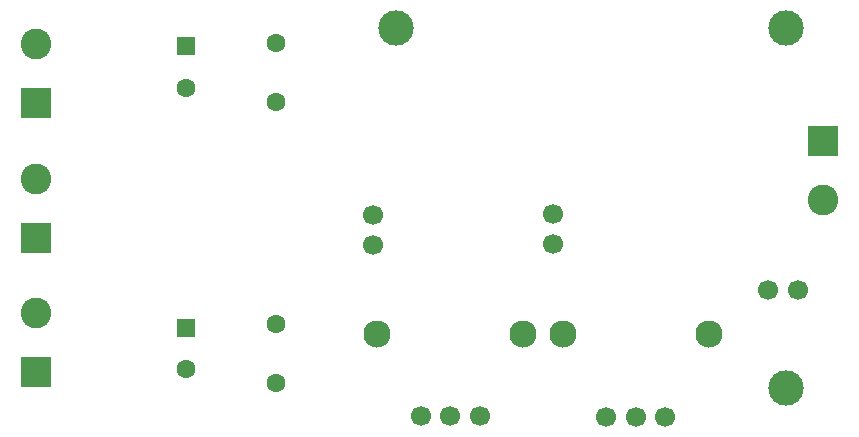
<source format=gbr>
%TF.GenerationSoftware,KiCad,Pcbnew,7.0.7-7.0.7~ubuntu22.04.1*%
%TF.CreationDate,2024-07-19T11:12:27-04:00*%
%TF.ProjectId,adjustable_instamp,61646a75-7374-4616-926c-655f696e7374,rev?*%
%TF.SameCoordinates,Original*%
%TF.FileFunction,Soldermask,Bot*%
%TF.FilePolarity,Negative*%
%FSLAX46Y46*%
G04 Gerber Fmt 4.6, Leading zero omitted, Abs format (unit mm)*
G04 Created by KiCad (PCBNEW 7.0.7-7.0.7~ubuntu22.04.1) date 2024-07-19 11:12:27*
%MOMM*%
%LPD*%
G01*
G04 APERTURE LIST*
%ADD10C,3.000000*%
%ADD11C,2.300000*%
%ADD12C,1.700000*%
%ADD13R,2.600000X2.600000*%
%ADD14C,2.600000*%
%ADD15C,1.600000*%
%ADD16R,1.600000X1.600000*%
G04 APERTURE END LIST*
D10*
%TO.C,REF\u002A\u002A*%
X149860000Y-71120000D03*
%TD*%
%TO.C,REF\u002A\u002A*%
X182880000Y-101600000D03*
%TD*%
%TO.C,REF\u002A\u002A*%
X182880000Y-71120000D03*
%TD*%
D11*
%TO.C,R8*%
X163980000Y-97033000D03*
X176380000Y-97033000D03*
D12*
X167680000Y-104033000D03*
X170180000Y-104033000D03*
X172680000Y-104033000D03*
%TD*%
D11*
%TO.C,R5*%
X148255000Y-97013000D03*
X160655000Y-97013000D03*
D12*
X151955000Y-104013000D03*
X154455000Y-104013000D03*
X156955000Y-104013000D03*
%TD*%
%TO.C,J7*%
X163195000Y-86853000D03*
X163195000Y-89393000D03*
%TD*%
%TO.C,J6*%
X147955000Y-89535000D03*
X147955000Y-86995000D03*
%TD*%
%TO.C,J5*%
X183896000Y-93345000D03*
X181356000Y-93345000D03*
%TD*%
D13*
%TO.C,J4*%
X186055000Y-80725000D03*
D14*
X186055000Y-85725000D03*
%TD*%
D13*
%TO.C,J3*%
X119380000Y-100290000D03*
D14*
X119380000Y-95290000D03*
%TD*%
D13*
%TO.C,J2*%
X119380000Y-88900000D03*
D14*
X119380000Y-83900000D03*
%TD*%
D13*
%TO.C,J1*%
X119380000Y-77470000D03*
D14*
X119380000Y-72470000D03*
%TD*%
D15*
%TO.C,C4*%
X139700000Y-96210000D03*
X139700000Y-101210000D03*
%TD*%
%TO.C,C3*%
X139700000Y-77430000D03*
X139700000Y-72430000D03*
%TD*%
D16*
%TO.C,C2*%
X132080000Y-96520000D03*
D15*
X132080000Y-100020000D03*
%TD*%
D16*
%TO.C,C1*%
X132080000Y-72700000D03*
D15*
X132080000Y-76200000D03*
%TD*%
M02*

</source>
